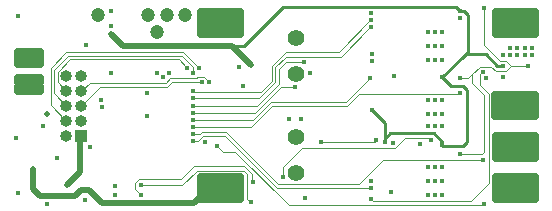
<source format=gbr>
%TF.GenerationSoftware,KiCad,Pcbnew,(6.0.5)*%
%TF.CreationDate,2022-09-11T00:02:45-04:00*%
%TF.ProjectId,GoldESC,476f6c64-4553-4432-9e6b-696361645f70,rev?*%
%TF.SameCoordinates,Original*%
%TF.FileFunction,Copper,L3,Inr*%
%TF.FilePolarity,Positive*%
%FSLAX46Y46*%
G04 Gerber Fmt 4.6, Leading zero omitted, Abs format (unit mm)*
G04 Created by KiCad (PCBNEW (6.0.5)) date 2022-09-11 00:02:45*
%MOMM*%
%LPD*%
G01*
G04 APERTURE LIST*
G04 Aperture macros list*
%AMRoundRect*
0 Rectangle with rounded corners*
0 $1 Rounding radius*
0 $2 $3 $4 $5 $6 $7 $8 $9 X,Y pos of 4 corners*
0 Add a 4 corners polygon primitive as box body*
4,1,4,$2,$3,$4,$5,$6,$7,$8,$9,$2,$3,0*
0 Add four circle primitives for the rounded corners*
1,1,$1+$1,$2,$3*
1,1,$1+$1,$4,$5*
1,1,$1+$1,$6,$7*
1,1,$1+$1,$8,$9*
0 Add four rect primitives between the rounded corners*
20,1,$1+$1,$2,$3,$4,$5,0*
20,1,$1+$1,$4,$5,$6,$7,0*
20,1,$1+$1,$6,$7,$8,$9,0*
20,1,$1+$1,$8,$9,$2,$3,0*%
G04 Aperture macros list end*
%TA.AperFunction,ComponentPad*%
%ADD10C,1.200000*%
%TD*%
%TA.AperFunction,ComponentPad*%
%ADD11R,1.000000X1.000000*%
%TD*%
%TA.AperFunction,ComponentPad*%
%ADD12RoundRect,0.250000X0.250000X-0.250000X0.250000X0.250000X-0.250000X0.250000X-0.250000X-0.250000X0*%
%TD*%
%TA.AperFunction,ComponentPad*%
%ADD13RoundRect,0.250000X-0.250000X0.250000X-0.250000X-0.250000X0.250000X-0.250000X0.250000X0.250000X0*%
%TD*%
%TA.AperFunction,ComponentPad*%
%ADD14RoundRect,0.250000X0.250000X0.250000X-0.250000X0.250000X-0.250000X-0.250000X0.250000X-0.250000X0*%
%TD*%
%TA.AperFunction,ComponentPad*%
%ADD15O,1.000000X1.000000*%
%TD*%
%TA.AperFunction,ComponentPad*%
%ADD16C,1.400000*%
%TD*%
%TA.AperFunction,ViaPad*%
%ADD17C,0.400000*%
%TD*%
%TA.AperFunction,Conductor*%
%ADD18C,0.101600*%
%TD*%
%TA.AperFunction,Conductor*%
%ADD19C,0.500000*%
%TD*%
%TA.AperFunction,Conductor*%
%ADD20C,0.250000*%
%TD*%
G04 APERTURE END LIST*
D10*
%TO.N,Net-(R80-Pad1)*%
%TO.C,TP80*%
X-7350000Y6250000D03*
%TD*%
%TO.N,+3V3*%
%TO.C,TP83*%
X-12350000Y7700000D03*
%TD*%
%TO.N,SWCLK*%
%TO.C,TP81*%
X-6550000Y7700000D03*
%TD*%
D11*
%TO.N,Net-(J1-Pad1)*%
%TO.C,J1*%
X23750000Y7000000D03*
D12*
X21500000Y6250000D03*
D11*
X22250000Y7750000D03*
X22250000Y7000000D03*
X23000000Y7750000D03*
X22250000Y6250000D03*
X24500000Y7000000D03*
X23750000Y6250000D03*
D12*
X24500000Y6250000D03*
D11*
X23750000Y7750000D03*
X23000000Y7000000D03*
X23000000Y6250000D03*
D12*
X21500000Y7750000D03*
D11*
X21500000Y7000000D03*
D12*
X24500000Y7750000D03*
%TD*%
D11*
%TO.N,VDD*%
%TO.C,J40*%
X-1250000Y-7000000D03*
X-500000Y-7000000D03*
X-1250000Y-6250000D03*
X-2000000Y-6250000D03*
X-2750000Y-7750000D03*
X-2000000Y-7000000D03*
X-2000000Y-7750000D03*
X-1250000Y-7750000D03*
X-2750000Y-6250000D03*
D13*
X-500000Y-6250000D03*
X-500000Y-7750000D03*
X-3500000Y-7750000D03*
X-3500000Y-6250000D03*
D11*
X-2750000Y-7000000D03*
X-3500000Y-7000000D03*
%TD*%
D10*
%TO.N,GND*%
%TO.C,TP84*%
X-8100000Y7700000D03*
%TD*%
D11*
%TO.N,Net-(J2-Pad1)*%
%TO.C,J2*%
X22950000Y750000D03*
X22200000Y750000D03*
X23700000Y0D03*
X23700000Y-750000D03*
D12*
X21450000Y750000D03*
D11*
X24450000Y0D03*
D12*
X21450000Y-750000D03*
D11*
X22950000Y-750000D03*
X22200000Y-750000D03*
X22200000Y0D03*
X22950000Y0D03*
D12*
X24450000Y-750000D03*
X24450000Y750000D03*
D11*
X21450000Y0D03*
X23700000Y750000D03*
%TD*%
D10*
%TO.N,SWDIO*%
%TO.C,TP82*%
X-5000000Y7700000D03*
%TD*%
D14*
%TO.N,CAN_L*%
%TO.C,J30*%
X-17450000Y4400000D03*
X-18950000Y3650000D03*
D11*
X-18200000Y3650000D03*
D14*
X-18950000Y4400000D03*
X-17450000Y3650000D03*
D11*
X-18200000Y4400000D03*
D14*
%TO.N,CAN_H*%
X-17450000Y2150000D03*
D11*
X-18200000Y1400000D03*
D14*
X-18950000Y2150000D03*
D11*
X-18200000Y2150000D03*
D14*
X-18950000Y1400000D03*
X-17450000Y1400000D03*
%TD*%
D11*
%TO.N,+3V3*%
%TO.C,J81*%
X-13765000Y-2540000D03*
D15*
%TO.N,+5V*%
X-15035000Y-2540000D03*
%TO.N,GND*%
X-13765000Y-1270000D03*
%TO.N,LimitA*%
X-15035000Y-1270000D03*
%TO.N,QuadB_USBDM*%
X-13765000Y0D03*
%TO.N,LimitB*%
X-15035000Y0D03*
%TO.N,QuadA_USBDP*%
X-13765000Y1270000D03*
%TO.N,LimitC*%
X-15035000Y1270000D03*
%TO.N,SWDIO*%
X-13765000Y2540000D03*
%TO.N,SWCLK*%
X-15035000Y2540000D03*
%TD*%
D13*
%TO.N,GND*%
%TO.C,J41*%
X-500000Y6250000D03*
D11*
X-3500000Y7000000D03*
X-2750000Y6250000D03*
X-1250000Y7000000D03*
D13*
X-500000Y7750000D03*
D11*
X-2750000Y7750000D03*
X-2000000Y7750000D03*
D13*
X-3500000Y7750000D03*
D11*
X-2000000Y6250000D03*
X-2000000Y7000000D03*
X-2750000Y7000000D03*
X-1250000Y7750000D03*
X-1250000Y6250000D03*
X-500000Y7000000D03*
D13*
X-3500000Y6250000D03*
%TD*%
D11*
%TO.N,GND*%
%TO.C,J4*%
X22250000Y-4250000D03*
D13*
X24500000Y-2750000D03*
D11*
X23750000Y-2750000D03*
D13*
X21500000Y-4250000D03*
D11*
X21500000Y-3500000D03*
X23000000Y-4250000D03*
X23750000Y-3500000D03*
X22250000Y-3500000D03*
X23000000Y-2750000D03*
X24500000Y-3500000D03*
X23750000Y-4250000D03*
X22250000Y-2750000D03*
D13*
X24500000Y-4250000D03*
X21500000Y-2750000D03*
D11*
X23000000Y-3500000D03*
%TD*%
D12*
%TO.N,Net-(J3-Pad1)*%
%TO.C,J3*%
X21500000Y-6250000D03*
X21500000Y-7750000D03*
D11*
X23750000Y-6250000D03*
D12*
X24500000Y-6250000D03*
X24500000Y-7750000D03*
D11*
X23000000Y-7000000D03*
X24500000Y-7000000D03*
X22250000Y-6250000D03*
X21500000Y-7000000D03*
X23000000Y-7750000D03*
X22250000Y-7000000D03*
X22250000Y-7750000D03*
X23750000Y-7750000D03*
X23000000Y-6250000D03*
X23750000Y-7000000D03*
%TD*%
D16*
%TO.N,VDD*%
%TO.C,C40*%
X4400000Y-5691000D03*
%TO.N,GND*%
X4400000Y-2691000D03*
%TD*%
%TO.N,VDD*%
%TO.C,C41*%
X4400000Y2700000D03*
%TO.N,GND*%
X4400000Y5700000D03*
%TD*%
D17*
%TO.N,sCUR_A*%
X-4300000Y1200000D03*
X10783659Y7222338D03*
%TO.N,sCUR_B*%
X18300000Y1049700D03*
X-4300000Y-1800000D03*
%TO.N,sCUR_C*%
X20249380Y-4600000D03*
X-4300000Y-2400000D03*
%TO.N,sVLT_VDD*%
X-4300000Y0D03*
X5050000Y3699700D03*
%TO.N,Net-(C80-Pad1)*%
X-8200000Y1050000D03*
%TO.N,Net-(C88-Pad2)*%
X-12100000Y450000D03*
%TO.N,Net-(C89-Pad2)*%
X-12000000Y-150000D03*
%TO.N,sVLT_A*%
X10767165Y6623063D03*
X-4300000Y600000D03*
%TO.N,sVLT_B*%
X-4300000Y-1200000D03*
X10650000Y2350000D03*
%TO.N,sVLT_C*%
X-4300000Y-3000000D03*
X10750000Y-6950000D03*
%TO.N,QuadB_USBDM*%
X-3550000Y1999700D03*
%TO.N,QuadA_USBDP*%
X-2931439Y2018561D03*
%TO.N,Net-(Q1-Pad4)*%
X10850000Y3750000D03*
%TO.N,Net-(Q2-Pad4)*%
X12595878Y-3145878D03*
%TO.N,Net-(Q3-Pad4)*%
X12450000Y-7350000D03*
%TO.N,CAN_RX*%
X-6850000Y2450000D03*
%TO.N,Net-(R32-Pad1)*%
X-13350000Y5100000D03*
%TO.N,TEMP_FETS*%
X4300000Y1600300D03*
X-4300000Y-600000D03*
%TO.N,Net-(R80-Pad1)*%
X-6350000Y2800000D03*
%TO.N,Net-(R85-Pad2)*%
X-10900000Y-7600500D03*
%TO.N,CAN_TX*%
X-11250000Y8000000D03*
%TO.N,VDD*%
X10850000Y4350000D03*
X-17900000Y-5350000D03*
%TO.N,GND*%
X22550000Y4900000D03*
X24350000Y4900000D03*
X-99500Y1650300D03*
X-13450000Y-8000000D03*
X-11300000Y2800000D03*
X-15850000Y-4400000D03*
X-8200000Y-849700D03*
X23750000Y4900000D03*
X-7350000Y2800000D03*
X-11300000Y6750000D03*
X10750300Y-6350000D03*
X-16700000Y-8299500D03*
X5150000Y-7800000D03*
X20450000Y2300000D03*
X21950000Y2400000D03*
X14913025Y-3219754D03*
X21950000Y4300000D03*
X24350000Y4300000D03*
X23750000Y4300000D03*
X12700000Y2500000D03*
X23150000Y4300000D03*
X-17000000Y-1700000D03*
X-13050000Y-3500000D03*
X5600000Y2800000D03*
X18300000Y7400000D03*
X-449680Y3250320D03*
X10750000Y7825500D03*
X-19150000Y-7400000D03*
X22550000Y4300000D03*
X23150000Y4900000D03*
X4800000Y-1100000D03*
X-3350000Y-3100000D03*
X-19150000Y7600000D03*
%TO.N,+3V3*%
X-14950000Y-6750000D03*
%TO.N,Net-(C61-Pad1)*%
X-19350000Y-2750000D03*
%TO.N,+5V*%
X3800000Y-1100000D03*
X16800000Y-3350000D03*
X-16700000Y-750000D03*
X21950000Y3350000D03*
X10800000Y-350000D03*
X11900000Y-3100000D03*
X-11300000Y6100000D03*
X18300000Y8000000D03*
X16800000Y2400000D03*
X550000Y3450000D03*
%TO.N,/GE-Fets-A/SHx*%
X16200000Y5050000D03*
X16800000Y3850000D03*
X16200000Y6250000D03*
X16200000Y3850000D03*
X15600000Y5050000D03*
X15600000Y3850000D03*
X16800000Y6250000D03*
X16800000Y5050000D03*
X15600000Y6250000D03*
%TO.N,/GE-Fets-B/SHx*%
X15603887Y-1725500D03*
X15600000Y-700000D03*
X16200000Y-700000D03*
X16800000Y500000D03*
X15600000Y500000D03*
X16200000Y500000D03*
X16800000Y-1750000D03*
X16800000Y-700000D03*
X16200000Y-1750000D03*
%TO.N,/GE-Fets-B/GHx*%
X6500000Y-3050000D03*
X11203289Y-2904955D03*
%TO.N,/GE-Fets-C/SHx*%
X15600000Y-6400000D03*
X16200000Y-5200000D03*
X16800000Y-5200000D03*
X16200000Y-7600000D03*
X16800000Y-7600000D03*
X16200000Y-6400000D03*
X15600000Y-7600000D03*
X15600000Y-5200000D03*
X16800000Y-6400000D03*
%TO.N,Net-(Q4-Pad4)*%
X20200000Y2850000D03*
X10750000Y-7950300D03*
%TO.N,Net-(Q5-Pad4)*%
X3300000Y-6050000D03*
X15850000Y-2900000D03*
%TO.N,Net-(Q6-Pad4)*%
X20350000Y-8300000D03*
X-2250000Y-3400000D03*
%TO.N,LimitC*%
X-4850000Y3150000D03*
%TO.N,/GE-Fets-A/REF_1V65*%
X20300000Y8300000D03*
X24050000Y3350000D03*
X18250000Y-4100000D03*
X18300000Y2298780D03*
%TO.N,LimitB*%
X-4350000Y2800000D03*
%TO.N,LimitA*%
X-3850000Y3150000D03*
%TO.N,Net-(D83-Pad2)*%
X550000Y-8200000D03*
X-8703704Y-6699899D03*
%TO.N,Net-(D84-Pad2)*%
X750000Y-6450000D03*
X-8700000Y-7600500D03*
%TO.N,Net-(R84-Pad2)*%
X-10900000Y-6850000D03*
%TD*%
D18*
%TO.N,sCUR_A*%
X8000000Y4550000D02*
X10672338Y7222338D01*
X3550000Y4550000D02*
X8000000Y4550000D01*
X-4249989Y1149989D02*
X1398317Y1149989D01*
X-4300000Y1200000D02*
X-4249989Y1149989D01*
X2350000Y2101672D02*
X2350000Y3350000D01*
X2350000Y3350000D02*
X3550000Y4550000D01*
X1398317Y1149989D02*
X2350000Y2101672D01*
X10672338Y7222338D02*
X10783659Y7222338D01*
%TO.N,sCUR_B*%
X-4300000Y-1800000D02*
X600000Y-1800000D01*
X2398889Y-1111D02*
X8724725Y-1111D01*
X8724725Y-1111D02*
X9701112Y975276D01*
X600000Y-1800000D02*
X2398889Y-1111D01*
X18225576Y975276D02*
X18300000Y1049700D01*
X9701112Y975276D02*
X18225576Y975276D01*
%TO.N,sCUR_C*%
X2891311Y-6641311D02*
X9708689Y-6641311D01*
X-4300000Y-2400000D02*
X-3750000Y-2400000D01*
X-3550000Y-2200000D02*
X-1550000Y-2200000D01*
X11750000Y-4600000D02*
X20192000Y-4600000D01*
X-1550000Y-2200000D02*
X2891311Y-6641311D01*
X-3750000Y-2400000D02*
X-3550000Y-2200000D01*
X20192000Y-4600000D02*
X20193000Y-4599000D01*
X9708689Y-6641311D02*
X11750000Y-4600000D01*
%TO.N,sVLT_VDD*%
X2952222Y3100550D02*
X3551372Y3699700D01*
X3551372Y3699700D02*
X5050000Y3699700D01*
X2952222Y1852222D02*
X2952222Y3100550D01*
X1100000Y0D02*
X2952222Y1852222D01*
X-4300000Y0D02*
X1100000Y0D01*
%TO.N,sVLT_A*%
X2651111Y1976947D02*
X2651111Y3225275D01*
X-4300000Y600000D02*
X1274164Y600000D01*
X10673063Y6623063D02*
X10767165Y6623063D01*
X3575836Y4150000D02*
X8200000Y4150000D01*
X2651111Y3225275D02*
X3575836Y4150000D01*
X8200000Y4150000D02*
X10673063Y6623063D01*
X1274164Y600000D02*
X2651111Y1976947D01*
%TO.N,sVLT_B*%
X-4300000Y-1200000D02*
X774164Y-1200000D01*
X774164Y-1200000D02*
X2274165Y300000D01*
X8600000Y300000D02*
X10650000Y2350000D01*
X2274165Y300000D02*
X8600000Y300000D01*
%TO.N,sVLT_C*%
X-3500000Y-2600000D02*
X-1600000Y-2600000D01*
X-3900000Y-3000000D02*
X-3500000Y-2600000D01*
X-4300000Y-3000000D02*
X-3900000Y-3000000D01*
X2750000Y-6950000D02*
X10750000Y-6950000D01*
X-1600000Y-2600000D02*
X2750000Y-6950000D01*
%TO.N,QuadB_USBDM*%
X-6099700Y1999700D02*
X-6100000Y2000000D01*
X-12165000Y1600000D02*
X-13765000Y0D01*
X-6100000Y2000000D02*
X-6500000Y1600000D01*
X-3550000Y1999700D02*
X-6099700Y1999700D01*
X-6500000Y1600000D02*
X-12165000Y1600000D01*
%TO.N,QuadA_USBDP*%
X-6600000Y1950000D02*
X-13085000Y1950000D01*
X-4048889Y2301111D02*
X-6224725Y2301111D01*
X-6249189Y2300811D02*
X-6600000Y1950000D01*
X-13085000Y1950000D02*
X-13765000Y1270000D01*
X-3362878Y2450000D02*
X-3900000Y2450000D01*
X-3900000Y2450000D02*
X-4048889Y2301111D01*
X-6224725Y2301111D02*
X-6225025Y2300811D01*
X-2931439Y2018561D02*
X-3362878Y2450000D01*
X-6225025Y2300811D02*
X-6249189Y2300811D01*
%TO.N,TEMP_FETS*%
X-4300000Y-600000D02*
X948328Y-600000D01*
X3148628Y1600300D02*
X4300000Y1600300D01*
X948328Y-600000D02*
X3148628Y1600300D01*
D19*
%TO.N,VDD*%
X-12000000Y-8250000D02*
X-4200000Y-8250000D01*
X-17900000Y-7050000D02*
X-17300000Y-7650000D01*
X-4200000Y-8250000D02*
X-3700000Y-7750000D01*
X-13100000Y-7150000D02*
X-12000000Y-8250000D01*
X-13800000Y-7150000D02*
X-13100000Y-7150000D01*
X-17300000Y-7650000D02*
X-14300000Y-7650000D01*
X-3700000Y-7750000D02*
X-2750000Y-7750000D01*
X-17900000Y-5350000D02*
X-17900000Y-7050000D01*
X-14300000Y-7650000D02*
X-13800000Y-7150000D01*
%TO.N,+3V3*%
X-13850311Y-2625311D02*
X-13850311Y-5650311D01*
X-13850311Y-5650311D02*
X-14950000Y-6750000D01*
X-13765000Y-2540000D02*
X-13850311Y-2625311D01*
D20*
%TO.N,+5V*%
X11900000Y-3100000D02*
X11900000Y-2800000D01*
X11900000Y-2800000D02*
X12350000Y-2350000D01*
X16100000Y-2350000D02*
X16800000Y-3050000D01*
X18500000Y-3400000D02*
X16800000Y-3400000D01*
X3290420Y8350000D02*
X-9580Y5050000D01*
X18300000Y8000000D02*
X17950000Y8350000D01*
X18550000Y1650000D02*
X18850000Y1350000D01*
X18850000Y-3050000D02*
X18500000Y-3400000D01*
X21450000Y3350000D02*
X21950000Y3350000D01*
X18950000Y4550000D02*
X18600000Y4200000D01*
D19*
X-10250000Y5050000D02*
X-11300000Y6100000D01*
D20*
X16800000Y2400000D02*
X18600000Y4200000D01*
X18750000Y4350000D02*
X20450000Y4350000D01*
D19*
X-1050000Y5050000D02*
X-10250000Y5050000D01*
D20*
X11900000Y-1450000D02*
X10800000Y-350000D01*
X18850000Y1350000D02*
X18850000Y-3050000D01*
X18600000Y4200000D02*
X18750000Y4350000D01*
X20450000Y4350000D02*
X21450000Y3350000D01*
X16800000Y2400000D02*
X17550000Y1650000D01*
X12350000Y-2350000D02*
X16100000Y-2350000D01*
X17550000Y1650000D02*
X18550000Y1650000D01*
X18600000Y8000000D02*
X18950000Y7650000D01*
X-9580Y5050000D02*
X-1050000Y5050000D01*
D19*
X550000Y3450000D02*
X-1050000Y5050000D01*
D20*
X16800000Y-3213163D02*
X16800000Y-3400000D01*
X18300000Y8000000D02*
X18600000Y8000000D01*
D19*
X-16700000Y-750000D02*
X-16699680Y-749680D01*
D20*
X17950000Y8350000D02*
X3290420Y8350000D01*
X16800000Y-3050000D02*
X16800000Y-3350000D01*
X11900000Y-3100000D02*
X11900000Y-1450000D01*
X18950000Y7650000D02*
X18950000Y4550000D01*
D18*
%TO.N,/GE-Fets-B/GHx*%
X6500000Y-3050000D02*
X11058244Y-3050000D01*
X11058244Y-3050000D02*
X11203289Y-2904955D01*
%TO.N,Net-(Q4-Pad4)*%
X20749680Y-1257239D02*
X20749680Y-6550320D01*
X10899700Y-8100000D02*
X10750000Y-7950300D01*
X20699680Y-1207239D02*
X20749680Y-1257239D01*
X20699680Y1000320D02*
X20699680Y-1207239D01*
X20150000Y2850000D02*
X19999689Y2699689D01*
X19200000Y-8100000D02*
X10899700Y-8100000D01*
X19999689Y2699689D02*
X19999689Y1700311D01*
X20749680Y-6550320D02*
X19200000Y-8100000D01*
X19999689Y1700311D02*
X20699680Y1000320D01*
%TO.N,Net-(Q5-Pad4)*%
X13628579Y-2750000D02*
X15700000Y-2750000D01*
X3300000Y-5200000D02*
X4903821Y-3596179D01*
X4903821Y-3596179D02*
X12782400Y-3596179D01*
X3300000Y-6050000D02*
X3300000Y-5200000D01*
X12782400Y-3596179D02*
X13628579Y-2750000D01*
%TO.N,Net-(Q6-Pad4)*%
X-2250000Y-3450000D02*
X-1775489Y-3924511D01*
X20150320Y-8449680D02*
X20300000Y-8300000D01*
X-2250000Y-3400000D02*
X-2250000Y-3450000D01*
X3799680Y-8449680D02*
X20150320Y-8449680D01*
X-1775489Y-3924511D02*
X-725489Y-3924511D01*
X-725489Y-3924511D02*
X3799680Y-8449680D01*
%TO.N,LimitC*%
X-15785311Y2020311D02*
X-15785311Y2864689D01*
X-14748569Y3901431D02*
X-5538746Y3901431D01*
X-15035000Y1270000D02*
X-15785311Y2020311D01*
X-15785311Y2864689D02*
X-14748569Y3901431D01*
X-4850000Y3212685D02*
X-4850000Y3150000D01*
X-5538746Y3901431D02*
X-4850000Y3212685D01*
%TO.N,/GE-Fets-A/REF_1V65*%
X21649689Y3800311D02*
X20300000Y5150000D01*
X20936526Y3300311D02*
X21337148Y2899689D01*
X22136526Y3800311D02*
X21649689Y3800311D01*
X22136526Y2899689D02*
X22586837Y3350000D01*
X18961943Y2298780D02*
X19324152Y2660989D01*
X19324152Y1950000D02*
X19324152Y2660989D01*
X20342191Y931961D02*
X19324152Y1950000D01*
X18300000Y2298780D02*
X18961943Y2298780D01*
X20342191Y-3907809D02*
X20342191Y931961D01*
X19324152Y2660989D02*
X19963474Y3300311D01*
X24050000Y3350000D02*
X22586837Y3350000D01*
X21337148Y2899689D02*
X22136526Y2899689D01*
X19963474Y3300311D02*
X20936526Y3300311D01*
X18200000Y-4100000D02*
X20150000Y-4100000D01*
X22586837Y3350000D02*
X22136526Y3800311D01*
X20300000Y5150000D02*
X20300000Y8300000D01*
X20150000Y-4100000D02*
X20342191Y-3907809D01*
%TO.N,LimitB*%
X-16086430Y1051430D02*
X-16086430Y2989418D01*
X-15035000Y0D02*
X-16086430Y1051430D01*
X-4350000Y3286837D02*
X-4350000Y2800000D01*
X-16086430Y2989418D02*
X-14873298Y4202550D01*
X-5265713Y4202550D02*
X-4350000Y3286837D01*
X-14873298Y4202550D02*
X-5265713Y4202550D01*
%TO.N,LimitA*%
X-16387550Y3162450D02*
X-16387550Y82550D01*
X-16387550Y82550D02*
X-15035000Y-1270000D01*
X-3850000Y3150000D02*
X-3850000Y3212685D01*
X-15046330Y4503670D02*
X-16387550Y3162450D01*
X-5140986Y4503670D02*
X-15046330Y4503670D01*
X-3850000Y3212685D02*
X-5140986Y4503670D01*
%TO.N,Net-(D83-Pad2)*%
X-42761Y-5499680D02*
X-3999680Y-5499680D01*
X550000Y-8200000D02*
X250320Y-7900320D01*
X250320Y-7900320D02*
X250320Y-5792761D01*
X-5250000Y-6750000D02*
X-8653603Y-6750000D01*
X250320Y-5792761D02*
X-42761Y-5499680D01*
X-3999680Y-5499680D02*
X-5250000Y-6750000D01*
X-8653603Y-6750000D02*
X-8703704Y-6699899D01*
%TO.N,Net-(D84-Pad2)*%
X-5350220Y-6249598D02*
X-8890226Y-6249598D01*
X24164Y-5100000D02*
X-4200622Y-5100000D01*
X-8890226Y-6249598D02*
X-9200000Y-6559372D01*
X-4200622Y-5100000D02*
X-5350220Y-6249598D01*
X-9200000Y-7100500D02*
X-8700000Y-7600500D01*
X-9200000Y-6559372D02*
X-9200000Y-7100500D01*
X700000Y-5775836D02*
X24164Y-5100000D01*
X700000Y-6450000D02*
X700000Y-5775836D01*
%TD*%
M02*

</source>
